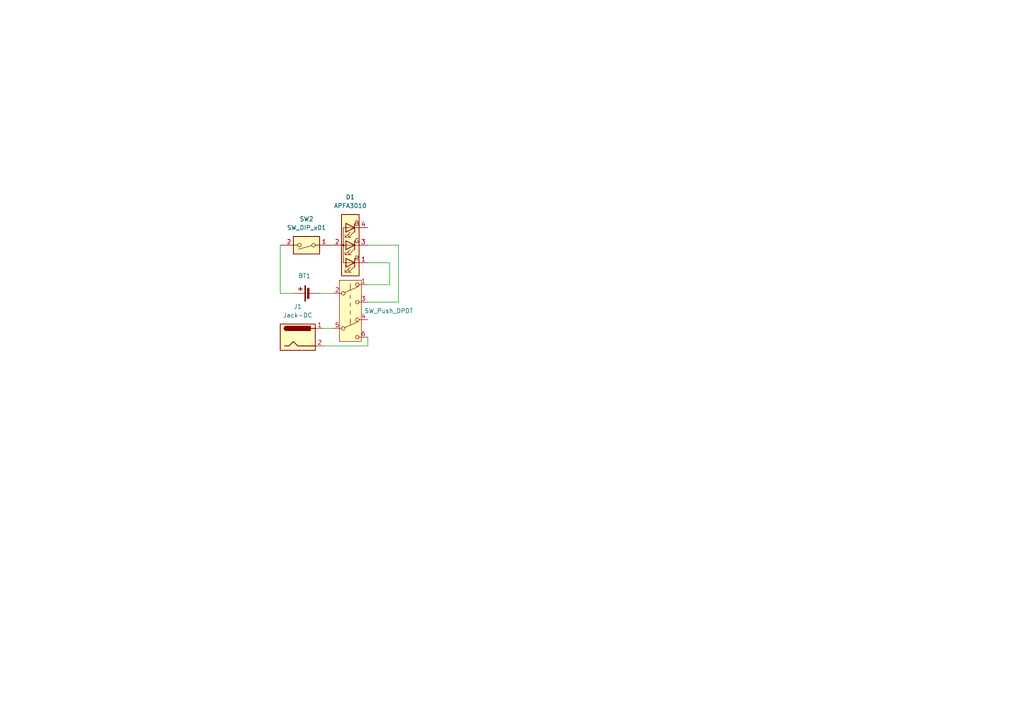
<source format=kicad_sch>
(kicad_sch
	(version 20250114)
	(generator "eeschema")
	(generator_version "9.0")
	(uuid "bb94d5b0-0e56-42ed-a3bb-9841cee2063d")
	(paper "A4")
	(lib_symbols
		(symbol "Connector:Jack-DC"
			(pin_names
				(offset 1.016)
			)
			(exclude_from_sim no)
			(in_bom yes)
			(on_board yes)
			(property "Reference" "J"
				(at 0 5.334 0)
				(effects
					(font
						(size 1.27 1.27)
					)
				)
			)
			(property "Value" "Jack-DC"
				(at 0 -5.08 0)
				(effects
					(font
						(size 1.27 1.27)
					)
				)
			)
			(property "Footprint" ""
				(at 1.27 -1.016 0)
				(effects
					(font
						(size 1.27 1.27)
					)
					(hide yes)
				)
			)
			(property "Datasheet" "~"
				(at 1.27 -1.016 0)
				(effects
					(font
						(size 1.27 1.27)
					)
					(hide yes)
				)
			)
			(property "Description" "DC Barrel Jack"
				(at 0 0 0)
				(effects
					(font
						(size 1.27 1.27)
					)
					(hide yes)
				)
			)
			(property "ki_keywords" "DC power barrel jack connector"
				(at 0 0 0)
				(effects
					(font
						(size 1.27 1.27)
					)
					(hide yes)
				)
			)
			(property "ki_fp_filters" "BarrelJack*"
				(at 0 0 0)
				(effects
					(font
						(size 1.27 1.27)
					)
					(hide yes)
				)
			)
			(symbol "Jack-DC_0_1"
				(rectangle
					(start -5.08 3.81)
					(end 5.08 -3.81)
					(stroke
						(width 0.254)
						(type default)
					)
					(fill
						(type background)
					)
				)
				(polyline
					(pts
						(xy -3.81 -2.54) (xy -2.54 -2.54) (xy -1.27 -1.27) (xy 0 -2.54) (xy 2.54 -2.54) (xy 5.08 -2.54)
					)
					(stroke
						(width 0.254)
						(type default)
					)
					(fill
						(type none)
					)
				)
				(arc
					(start -3.302 1.905)
					(mid -3.9343 2.54)
					(end -3.302 3.175)
					(stroke
						(width 0.254)
						(type default)
					)
					(fill
						(type none)
					)
				)
				(arc
					(start -3.302 1.905)
					(mid -3.9343 2.54)
					(end -3.302 3.175)
					(stroke
						(width 0.254)
						(type default)
					)
					(fill
						(type outline)
					)
				)
				(rectangle
					(start 3.683 3.175)
					(end -3.302 1.905)
					(stroke
						(width 0.254)
						(type default)
					)
					(fill
						(type outline)
					)
				)
				(polyline
					(pts
						(xy 5.08 2.54) (xy 3.81 2.54)
					)
					(stroke
						(width 0.254)
						(type default)
					)
					(fill
						(type none)
					)
				)
			)
			(symbol "Jack-DC_1_1"
				(pin passive line
					(at 7.62 2.54 180)
					(length 2.54)
					(name "~"
						(effects
							(font
								(size 1.27 1.27)
							)
						)
					)
					(number "1"
						(effects
							(font
								(size 1.27 1.27)
							)
						)
					)
				)
				(pin passive line
					(at 7.62 -2.54 180)
					(length 2.54)
					(name "~"
						(effects
							(font
								(size 1.27 1.27)
							)
						)
					)
					(number "2"
						(effects
							(font
								(size 1.27 1.27)
							)
						)
					)
				)
			)
			(embedded_fonts no)
		)
		(symbol "Device:Battery_Cell"
			(pin_numbers
				(hide yes)
			)
			(pin_names
				(offset 0)
				(hide yes)
			)
			(exclude_from_sim no)
			(in_bom yes)
			(on_board yes)
			(property "Reference" "BT"
				(at 2.54 2.54 0)
				(effects
					(font
						(size 1.27 1.27)
					)
					(justify left)
				)
			)
			(property "Value" "Battery_Cell"
				(at 2.54 0 0)
				(effects
					(font
						(size 1.27 1.27)
					)
					(justify left)
				)
			)
			(property "Footprint" ""
				(at 0 1.524 90)
				(effects
					(font
						(size 1.27 1.27)
					)
					(hide yes)
				)
			)
			(property "Datasheet" "~"
				(at 0 1.524 90)
				(effects
					(font
						(size 1.27 1.27)
					)
					(hide yes)
				)
			)
			(property "Description" "Single-cell battery"
				(at 0 0 0)
				(effects
					(font
						(size 1.27 1.27)
					)
					(hide yes)
				)
			)
			(property "ki_keywords" "battery cell"
				(at 0 0 0)
				(effects
					(font
						(size 1.27 1.27)
					)
					(hide yes)
				)
			)
			(symbol "Battery_Cell_0_1"
				(rectangle
					(start -2.286 1.778)
					(end 2.286 1.524)
					(stroke
						(width 0)
						(type default)
					)
					(fill
						(type outline)
					)
				)
				(rectangle
					(start -1.524 1.016)
					(end 1.524 0.508)
					(stroke
						(width 0)
						(type default)
					)
					(fill
						(type outline)
					)
				)
				(polyline
					(pts
						(xy 0 1.778) (xy 0 2.54)
					)
					(stroke
						(width 0)
						(type default)
					)
					(fill
						(type none)
					)
				)
				(polyline
					(pts
						(xy 0 0.762) (xy 0 0)
					)
					(stroke
						(width 0)
						(type default)
					)
					(fill
						(type none)
					)
				)
				(polyline
					(pts
						(xy 0.762 3.048) (xy 1.778 3.048)
					)
					(stroke
						(width 0.254)
						(type default)
					)
					(fill
						(type none)
					)
				)
				(polyline
					(pts
						(xy 1.27 3.556) (xy 1.27 2.54)
					)
					(stroke
						(width 0.254)
						(type default)
					)
					(fill
						(type none)
					)
				)
			)
			(symbol "Battery_Cell_1_1"
				(pin passive line
					(at 0 5.08 270)
					(length 2.54)
					(name "+"
						(effects
							(font
								(size 1.27 1.27)
							)
						)
					)
					(number "1"
						(effects
							(font
								(size 1.27 1.27)
							)
						)
					)
				)
				(pin passive line
					(at 0 -2.54 90)
					(length 2.54)
					(name "-"
						(effects
							(font
								(size 1.27 1.27)
							)
						)
					)
					(number "2"
						(effects
							(font
								(size 1.27 1.27)
							)
						)
					)
				)
			)
			(embedded_fonts no)
		)
		(symbol "LED:APFA3010"
			(pin_names
				(offset 0)
				(hide yes)
			)
			(exclude_from_sim no)
			(in_bom yes)
			(on_board yes)
			(property "Reference" "D"
				(at 0 10.16 0)
				(effects
					(font
						(size 1.27 1.27)
					)
				)
			)
			(property "Value" "APFA3010"
				(at 0 -10.16 0)
				(effects
					(font
						(size 1.27 1.27)
					)
				)
			)
			(property "Footprint" "LED_SMD:LED_Kingbright_APFA3010_3x1.5mm_Horizontal"
				(at 0 12.7 0)
				(effects
					(font
						(size 1.27 1.27)
					)
					(hide yes)
				)
			)
			(property "Datasheet" "http://www.kingbrightusa.com/images/catalog/SPEC/APFA3010LSEEZGKQBKC.pdf"
				(at 0 -11.43 0)
				(effects
					(font
						(size 1.27 1.27)
					)
					(hide yes)
				)
			)
			(property "Description" "LED RGB, Common Anode, SMD, 3.0x1.5mm, Horizontal"
				(at 0 0 0)
				(effects
					(font
						(size 1.27 1.27)
					)
					(hide yes)
				)
			)
			(property "ki_keywords" "LED RGB SMD Kingbright APFA3010 Horizontal"
				(at 0 0 0)
				(effects
					(font
						(size 1.27 1.27)
					)
					(hide yes)
				)
			)
			(property "ki_fp_filters" "*Kingbright*APFA3010*3x1.5mm*Horizontal*"
				(at 0 0 0)
				(effects
					(font
						(size 1.27 1.27)
					)
					(hide yes)
				)
			)
			(symbol "APFA3010_0_0"
				(text "R"
					(at -1.905 3.81 0)
					(effects
						(font
							(size 1.27 1.27)
						)
					)
				)
				(text "G"
					(at -1.905 -1.27 0)
					(effects
						(font
							(size 1.27 1.27)
						)
					)
				)
				(text "B"
					(at -1.905 -6.35 0)
					(effects
						(font
							(size 1.27 1.27)
						)
					)
				)
			)
			(symbol "APFA3010_0_1"
				(polyline
					(pts
						(xy -2.54 -5.08) (xy 1.27 -5.08)
					)
					(stroke
						(width 0)
						(type default)
					)
					(fill
						(type none)
					)
				)
				(rectangle
					(start -2.54 -8.89)
					(end 2.54 8.89)
					(stroke
						(width 0.254)
						(type default)
					)
					(fill
						(type background)
					)
				)
				(polyline
					(pts
						(xy -1.27 6.35) (xy -1.27 3.81)
					)
					(stroke
						(width 0.254)
						(type default)
					)
					(fill
						(type none)
					)
				)
				(polyline
					(pts
						(xy -1.27 1.27) (xy -1.27 -1.27)
					)
					(stroke
						(width 0.254)
						(type default)
					)
					(fill
						(type none)
					)
				)
				(polyline
					(pts
						(xy -1.27 -3.81) (xy -1.27 -6.35)
					)
					(stroke
						(width 0.254)
						(type default)
					)
					(fill
						(type none)
					)
				)
				(polyline
					(pts
						(xy -1.016 6.35) (xy 0.508 7.874) (xy -0.254 7.874) (xy 0.508 7.874) (xy 0.508 7.112)
					)
					(stroke
						(width 0)
						(type default)
					)
					(fill
						(type none)
					)
				)
				(polyline
					(pts
						(xy -1.016 1.27) (xy 0.508 2.794) (xy -0.254 2.794) (xy 0.508 2.794) (xy 0.508 2.032)
					)
					(stroke
						(width 0)
						(type default)
					)
					(fill
						(type none)
					)
				)
				(polyline
					(pts
						(xy -1.016 -3.81) (xy 0.508 -2.286) (xy -0.254 -2.286) (xy 0.508 -2.286) (xy 0.508 -3.048)
					)
					(stroke
						(width 0)
						(type default)
					)
					(fill
						(type none)
					)
				)
				(polyline
					(pts
						(xy 0 6.35) (xy 1.524 7.874) (xy 0.762 7.874) (xy 1.524 7.874) (xy 1.524 7.112)
					)
					(stroke
						(width 0)
						(type default)
					)
					(fill
						(type none)
					)
				)
				(polyline
					(pts
						(xy 0 1.27) (xy 1.524 2.794) (xy 0.762 2.794) (xy 1.524 2.794) (xy 1.524 2.032)
					)
					(stroke
						(width 0)
						(type default)
					)
					(fill
						(type none)
					)
				)
				(polyline
					(pts
						(xy 0 -3.81) (xy 1.524 -2.286) (xy 0.762 -2.286) (xy 1.524 -2.286) (xy 1.524 -3.048)
					)
					(stroke
						(width 0)
						(type default)
					)
					(fill
						(type none)
					)
				)
				(polyline
					(pts
						(xy 1.27 6.35) (xy 1.27 3.81) (xy -1.27 5.08) (xy 1.27 6.35)
					)
					(stroke
						(width 0.254)
						(type default)
					)
					(fill
						(type none)
					)
				)
				(rectangle
					(start 1.27 6.35)
					(end 1.27 6.35)
					(stroke
						(width 0)
						(type default)
					)
					(fill
						(type none)
					)
				)
				(polyline
					(pts
						(xy 1.27 5.08) (xy -2.54 5.08)
					)
					(stroke
						(width 0)
						(type default)
					)
					(fill
						(type none)
					)
				)
				(polyline
					(pts
						(xy 1.27 1.27) (xy 1.27 -1.27) (xy -1.27 0) (xy 1.27 1.27)
					)
					(stroke
						(width 0.254)
						(type default)
					)
					(fill
						(type none)
					)
				)
				(polyline
					(pts
						(xy 1.27 -3.81) (xy 1.27 -6.35) (xy -1.27 -5.08) (xy 1.27 -3.81)
					)
					(stroke
						(width 0.254)
						(type default)
					)
					(fill
						(type none)
					)
				)
				(polyline
					(pts
						(xy 1.27 -5.08) (xy 2.032 -5.08) (xy 2.032 5.08) (xy 1.27 5.08)
					)
					(stroke
						(width 0)
						(type default)
					)
					(fill
						(type none)
					)
				)
				(circle
					(center 2.032 0)
					(radius 0.254)
					(stroke
						(width 0)
						(type default)
					)
					(fill
						(type outline)
					)
				)
				(polyline
					(pts
						(xy 2.54 0) (xy -2.54 0)
					)
					(stroke
						(width 0)
						(type default)
					)
					(fill
						(type none)
					)
				)
			)
			(symbol "APFA3010_1_1"
				(pin input line
					(at -5.08 5.08 0)
					(length 2.54)
					(name "R"
						(effects
							(font
								(size 1.27 1.27)
							)
						)
					)
					(number "1"
						(effects
							(font
								(size 1.27 1.27)
							)
						)
					)
				)
				(pin input line
					(at -5.08 0 0)
					(length 2.54)
					(name "G"
						(effects
							(font
								(size 1.27 1.27)
							)
						)
					)
					(number "3"
						(effects
							(font
								(size 1.27 1.27)
							)
						)
					)
				)
				(pin input line
					(at -5.08 -5.08 0)
					(length 2.54)
					(name "B"
						(effects
							(font
								(size 1.27 1.27)
							)
						)
					)
					(number "4"
						(effects
							(font
								(size 1.27 1.27)
							)
						)
					)
				)
				(pin power_in line
					(at 5.08 0 180)
					(length 2.54)
					(name "A"
						(effects
							(font
								(size 1.27 1.27)
							)
						)
					)
					(number "2"
						(effects
							(font
								(size 1.27 1.27)
							)
						)
					)
				)
			)
			(embedded_fonts no)
		)
		(symbol "Switch:SW_DIP_x01"
			(pin_names
				(offset 0)
				(hide yes)
			)
			(exclude_from_sim no)
			(in_bom yes)
			(on_board yes)
			(property "Reference" "SW"
				(at 0 3.81 0)
				(effects
					(font
						(size 1.27 1.27)
					)
				)
			)
			(property "Value" "SW_DIP_x01"
				(at 0 -3.81 0)
				(effects
					(font
						(size 1.27 1.27)
					)
				)
			)
			(property "Footprint" ""
				(at 0 0 0)
				(effects
					(font
						(size 1.27 1.27)
					)
					(hide yes)
				)
			)
			(property "Datasheet" "~"
				(at 0 0 0)
				(effects
					(font
						(size 1.27 1.27)
					)
					(hide yes)
				)
			)
			(property "Description" "1x DIP Switch, Single Pole Single Throw (SPST) switch, small symbol"
				(at 0 0 0)
				(effects
					(font
						(size 1.27 1.27)
					)
					(hide yes)
				)
			)
			(property "ki_keywords" "dip switch"
				(at 0 0 0)
				(effects
					(font
						(size 1.27 1.27)
					)
					(hide yes)
				)
			)
			(property "ki_fp_filters" "SW?DIP?x1*"
				(at 0 0 0)
				(effects
					(font
						(size 1.27 1.27)
					)
					(hide yes)
				)
			)
			(symbol "SW_DIP_x01_0_0"
				(circle
					(center -2.032 0)
					(radius 0.508)
					(stroke
						(width 0)
						(type default)
					)
					(fill
						(type none)
					)
				)
				(polyline
					(pts
						(xy -1.524 0.127) (xy 2.3622 1.1684)
					)
					(stroke
						(width 0)
						(type default)
					)
					(fill
						(type none)
					)
				)
				(circle
					(center 2.032 0)
					(radius 0.508)
					(stroke
						(width 0)
						(type default)
					)
					(fill
						(type none)
					)
				)
			)
			(symbol "SW_DIP_x01_0_1"
				(rectangle
					(start -3.81 2.54)
					(end 3.81 -2.54)
					(stroke
						(width 0.254)
						(type default)
					)
					(fill
						(type background)
					)
				)
			)
			(symbol "SW_DIP_x01_1_1"
				(pin passive line
					(at -7.62 0 0)
					(length 5.08)
					(name "~"
						(effects
							(font
								(size 1.27 1.27)
							)
						)
					)
					(number "1"
						(effects
							(font
								(size 1.27 1.27)
							)
						)
					)
				)
				(pin passive line
					(at 7.62 0 180)
					(length 5.08)
					(name "~"
						(effects
							(font
								(size 1.27 1.27)
							)
						)
					)
					(number "2"
						(effects
							(font
								(size 1.27 1.27)
							)
						)
					)
				)
			)
			(embedded_fonts no)
		)
		(symbol "Switch:SW_Push_DPDT"
			(pin_names
				(offset 0)
				(hide yes)
			)
			(exclude_from_sim no)
			(in_bom yes)
			(on_board yes)
			(property "Reference" "SW"
				(at 0 10.16 0)
				(effects
					(font
						(size 1.27 1.27)
					)
				)
			)
			(property "Value" "SW_Push_DPDT"
				(at 0 -10.16 0)
				(effects
					(font
						(size 1.27 1.27)
					)
				)
			)
			(property "Footprint" ""
				(at 0 5.08 0)
				(effects
					(font
						(size 1.27 1.27)
					)
					(hide yes)
				)
			)
			(property "Datasheet" "~"
				(at 0 5.08 0)
				(effects
					(font
						(size 1.27 1.27)
					)
					(hide yes)
				)
			)
			(property "Description" "Momentary Switch, dual pole double throw"
				(at 0 0 0)
				(effects
					(font
						(size 1.27 1.27)
					)
					(hide yes)
				)
			)
			(property "ki_keywords" "switch dual-pole double-throw spdt ON-ON"
				(at 0 0 0)
				(effects
					(font
						(size 1.27 1.27)
					)
					(hide yes)
				)
			)
			(symbol "SW_Push_DPDT_0_0"
				(circle
					(center -2.032 5.08)
					(radius 0.508)
					(stroke
						(width 0)
						(type default)
					)
					(fill
						(type none)
					)
				)
				(circle
					(center -2.032 -5.08)
					(radius 0.508)
					(stroke
						(width 0)
						(type default)
					)
					(fill
						(type none)
					)
				)
				(circle
					(center 2.032 2.54)
					(radius 0.508)
					(stroke
						(width 0)
						(type default)
					)
					(fill
						(type none)
					)
				)
				(circle
					(center 2.032 -7.62)
					(radius 0.508)
					(stroke
						(width 0)
						(type default)
					)
					(fill
						(type none)
					)
				)
			)
			(symbol "SW_Push_DPDT_0_1"
				(polyline
					(pts
						(xy -1.524 5.334) (xy 2.3368 7.0612)
					)
					(stroke
						(width 0)
						(type default)
					)
					(fill
						(type none)
					)
				)
				(polyline
					(pts
						(xy -1.524 -4.826) (xy 2.3368 -3.0988)
					)
					(stroke
						(width 0)
						(type default)
					)
					(fill
						(type none)
					)
				)
				(polyline
					(pts
						(xy 0 7.874) (xy 0 6.096)
					)
					(stroke
						(width 0)
						(type default)
					)
					(fill
						(type none)
					)
				)
				(polyline
					(pts
						(xy 0 3.556) (xy 0 4.572)
					)
					(stroke
						(width 0)
						(type default)
					)
					(fill
						(type none)
					)
				)
				(polyline
					(pts
						(xy 0 1.27) (xy 0 2.286)
					)
					(stroke
						(width 0)
						(type default)
					)
					(fill
						(type none)
					)
				)
				(polyline
					(pts
						(xy 0 -1.016) (xy 0 0)
					)
					(stroke
						(width 0)
						(type default)
					)
					(fill
						(type none)
					)
				)
				(polyline
					(pts
						(xy 0 -2.286) (xy 0 -4.064)
					)
					(stroke
						(width 0)
						(type default)
					)
					(fill
						(type none)
					)
				)
				(circle
					(center 2.032 7.62)
					(radius 0.508)
					(stroke
						(width 0)
						(type default)
					)
					(fill
						(type none)
					)
				)
				(circle
					(center 2.032 -2.54)
					(radius 0.508)
					(stroke
						(width 0)
						(type default)
					)
					(fill
						(type none)
					)
				)
			)
			(symbol "SW_Push_DPDT_1_1"
				(rectangle
					(start -3.175 8.89)
					(end 3.175 -8.89)
					(stroke
						(width 0)
						(type default)
					)
					(fill
						(type background)
					)
				)
				(pin passive line
					(at -5.08 5.08 0)
					(length 2.54)
					(name "B"
						(effects
							(font
								(size 1.27 1.27)
							)
						)
					)
					(number "2"
						(effects
							(font
								(size 1.27 1.27)
							)
						)
					)
				)
				(pin passive line
					(at -5.08 -5.08 0)
					(length 2.54)
					(name "B"
						(effects
							(font
								(size 1.27 1.27)
							)
						)
					)
					(number "5"
						(effects
							(font
								(size 1.27 1.27)
							)
						)
					)
				)
				(pin passive line
					(at 5.08 7.62 180)
					(length 2.54)
					(name "A"
						(effects
							(font
								(size 1.27 1.27)
							)
						)
					)
					(number "1"
						(effects
							(font
								(size 1.27 1.27)
							)
						)
					)
				)
				(pin passive line
					(at 5.08 2.54 180)
					(length 2.54)
					(name "C"
						(effects
							(font
								(size 1.27 1.27)
							)
						)
					)
					(number "3"
						(effects
							(font
								(size 1.27 1.27)
							)
						)
					)
				)
				(pin passive line
					(at 5.08 -2.54 180)
					(length 2.54)
					(name "A"
						(effects
							(font
								(size 1.27 1.27)
							)
						)
					)
					(number "4"
						(effects
							(font
								(size 1.27 1.27)
							)
						)
					)
				)
				(pin passive line
					(at 5.08 -7.62 180)
					(length 2.54)
					(name "C"
						(effects
							(font
								(size 1.27 1.27)
							)
						)
					)
					(number "6"
						(effects
							(font
								(size 1.27 1.27)
							)
						)
					)
				)
			)
			(embedded_fonts no)
		)
	)
	(wire
		(pts
			(xy 113.03 76.2) (xy 113.03 82.55)
		)
		(stroke
			(width 0)
			(type default)
		)
		(uuid "0d3fc3b3-6fbe-4e63-ba61-f176e8a97632")
	)
	(wire
		(pts
			(xy 81.28 85.09) (xy 81.28 71.12)
		)
		(stroke
			(width 0)
			(type default)
		)
		(uuid "1c7b42f8-58f8-4f09-80f2-3915180bcc7b")
	)
	(wire
		(pts
			(xy 85.09 85.09) (xy 81.28 85.09)
		)
		(stroke
			(width 0)
			(type default)
		)
		(uuid "3d65ea6f-dbc5-4e89-8b45-438d57982157")
	)
	(wire
		(pts
			(xy 93.98 95.25) (xy 96.52 95.25)
		)
		(stroke
			(width 0)
			(type default)
		)
		(uuid "5607e270-ed6f-4fb8-a067-74a64384cb17")
	)
	(wire
		(pts
			(xy 115.57 87.63) (xy 106.68 87.63)
		)
		(stroke
			(width 0)
			(type default)
		)
		(uuid "6e4cecc3-ff7f-453b-a696-ad58d0fe75a3")
	)
	(wire
		(pts
			(xy 106.68 100.33) (xy 106.68 97.79)
		)
		(stroke
			(width 0)
			(type default)
		)
		(uuid "9f734c48-8558-4c86-9afe-06d6bc83dcb0")
	)
	(wire
		(pts
			(xy 93.98 100.33) (xy 106.68 100.33)
		)
		(stroke
			(width 0)
			(type default)
		)
		(uuid "bc1e5e10-6110-4250-8f58-d05c13179441")
	)
	(wire
		(pts
			(xy 106.68 76.2) (xy 113.03 76.2)
		)
		(stroke
			(width 0)
			(type default)
		)
		(uuid "ced59ca6-7e5d-4a64-96e4-7864630ede0e")
	)
	(wire
		(pts
			(xy 113.03 82.55) (xy 106.68 82.55)
		)
		(stroke
			(width 0)
			(type default)
		)
		(uuid "d2ae774b-1cbd-4247-8793-3e86c3e6babc")
	)
	(wire
		(pts
			(xy 115.57 71.12) (xy 115.57 87.63)
		)
		(stroke
			(width 0)
			(type default)
		)
		(uuid "daf5f107-366a-45fc-a2f0-7381b1f0f81e")
	)
	(wire
		(pts
			(xy 92.71 85.09) (xy 96.52 85.09)
		)
		(stroke
			(width 0)
			(type default)
		)
		(uuid "e1fa2f39-7082-4e17-ab7f-b812a86a333c")
	)
	(wire
		(pts
			(xy 106.68 71.12) (xy 115.57 71.12)
		)
		(stroke
			(width 0)
			(type default)
		)
		(uuid "ee276b9f-e037-41be-bdd5-87a7efa17790")
	)
	(symbol
		(lib_id "LED:APFA3010")
		(at 101.6 71.12 180)
		(unit 1)
		(exclude_from_sim no)
		(in_bom yes)
		(on_board yes)
		(dnp no)
		(fields_autoplaced yes)
		(uuid "04eb9913-375f-4fe8-a496-b9cf57402caa")
		(property "Reference" "D1"
			(at 101.6 57.15 0)
			(effects
				(font
					(size 1.27 1.27)
				)
			)
		)
		(property "Value" "APFA3010"
			(at 101.6 59.69 0)
			(effects
				(font
					(size 1.27 1.27)
				)
			)
		)
		(property "Footprint" "LED_SMD:LED_Kingbright_APFA3010_3x1.5mm_Horizontal"
			(at 101.6 83.82 0)
			(effects
				(font
					(size 1.27 1.27)
				)
				(hide yes)
			)
		)
		(property "Datasheet" "http://www.kingbrightusa.com/images/catalog/SPEC/APFA3010LSEEZGKQBKC.pdf"
			(at 101.6 59.69 0)
			(effects
				(font
					(size 1.27 1.27)
				)
				(hide yes)
			)
		)
		(property "Description" "LED RGB, Common Anode, SMD, 3.0x1.5mm, Horizontal"
			(at 101.6 71.12 0)
			(effects
				(font
					(size 1.27 1.27)
				)
				(hide yes)
			)
		)
		(pin "4"
			(uuid "252c1e1c-a7a9-4ad3-acee-28f1e23e03b2")
		)
		(pin "1"
			(uuid "1a0935f0-3ae3-4dfe-afd8-794ecc1fa35c")
		)
		(pin "3"
			(uuid "3cf77a80-7538-466b-9ac1-6652d32bf085")
		)
		(pin "2"
			(uuid "a95796b4-f74c-478d-8765-4c9e8cca60bd")
		)
		(instances
			(project ""
				(path "/bb94d5b0-0e56-42ed-a3bb-9841cee2063d"
					(reference "D1")
					(unit 1)
				)
			)
		)
	)
	(symbol
		(lib_id "Switch:SW_DIP_x01")
		(at 88.9 71.12 180)
		(unit 1)
		(exclude_from_sim no)
		(in_bom yes)
		(on_board yes)
		(dnp no)
		(fields_autoplaced yes)
		(uuid "1f183327-44ee-42bb-8ad3-2d8926737196")
		(property "Reference" "SW2"
			(at 88.9 63.5 0)
			(effects
				(font
					(size 1.27 1.27)
				)
			)
		)
		(property "Value" "SW_DIP_x01"
			(at 88.9 66.04 0)
			(effects
				(font
					(size 1.27 1.27)
				)
			)
		)
		(property "Footprint" ""
			(at 88.9 71.12 0)
			(effects
				(font
					(size 1.27 1.27)
				)
				(hide yes)
			)
		)
		(property "Datasheet" "~"
			(at 88.9 71.12 0)
			(effects
				(font
					(size 1.27 1.27)
				)
				(hide yes)
			)
		)
		(property "Description" "1x DIP Switch, Single Pole Single Throw (SPST) switch, small symbol"
			(at 88.9 71.12 0)
			(effects
				(font
					(size 1.27 1.27)
				)
				(hide yes)
			)
		)
		(pin "1"
			(uuid "c43acd43-ac6e-4821-816e-9ba2c4f0f3cc")
		)
		(pin "2"
			(uuid "627051a7-5df9-4477-b2d4-fa43019a5c89")
		)
		(instances
			(project ""
				(path "/bb94d5b0-0e56-42ed-a3bb-9841cee2063d"
					(reference "SW2")
					(unit 1)
				)
			)
		)
	)
	(symbol
		(lib_id "Device:Battery_Cell")
		(at 90.17 85.09 90)
		(unit 1)
		(exclude_from_sim no)
		(in_bom yes)
		(on_board yes)
		(dnp no)
		(fields_autoplaced yes)
		(uuid "925f95bb-5fac-402a-83ad-063de2cf1f8b")
		(property "Reference" "BT1"
			(at 88.3285 80.01 90)
			(effects
				(font
					(size 1.27 1.27)
				)
			)
		)
		(property "Value" "Battery_Cell"
			(at 89.5984 81.28 0)
			(effects
				(font
					(size 1.27 1.27)
				)
				(justify left)
				(hide yes)
			)
		)
		(property "Footprint" ""
			(at 88.646 85.09 90)
			(effects
				(font
					(size 1.27 1.27)
				)
				(hide yes)
			)
		)
		(property "Datasheet" "~"
			(at 88.646 85.09 90)
			(effects
				(font
					(size 1.27 1.27)
				)
				(hide yes)
			)
		)
		(property "Description" "Single-cell battery"
			(at 90.17 85.09 0)
			(effects
				(font
					(size 1.27 1.27)
				)
				(hide yes)
			)
		)
		(pin "1"
			(uuid "02e75a9c-0a9d-4c9e-9d66-24265bca9b4b")
		)
		(pin "2"
			(uuid "d78d9cd0-bec2-4f64-b742-9fa6d3086202")
		)
		(instances
			(project ""
				(path "/bb94d5b0-0e56-42ed-a3bb-9841cee2063d"
					(reference "BT1")
					(unit 1)
				)
			)
		)
	)
	(symbol
		(lib_id "Connector:Jack-DC")
		(at 86.36 97.79 0)
		(unit 1)
		(exclude_from_sim no)
		(in_bom yes)
		(on_board yes)
		(dnp no)
		(fields_autoplaced yes)
		(uuid "c44d9910-c9c7-4244-af75-379f3a5ac255")
		(property "Reference" "J1"
			(at 86.36 88.9 0)
			(effects
				(font
					(size 1.27 1.27)
				)
			)
		)
		(property "Value" "Jack-DC"
			(at 86.36 91.44 0)
			(effects
				(font
					(size 1.27 1.27)
				)
			)
		)
		(property "Footprint" ""
			(at 87.63 98.806 0)
			(effects
				(font
					(size 1.27 1.27)
				)
				(hide yes)
			)
		)
		(property "Datasheet" "~"
			(at 87.63 98.806 0)
			(effects
				(font
					(size 1.27 1.27)
				)
				(hide yes)
			)
		)
		(property "Description" "DC Barrel Jack"
			(at 86.36 97.79 0)
			(effects
				(font
					(size 1.27 1.27)
				)
				(hide yes)
			)
		)
		(pin "2"
			(uuid "6aaf8a62-39e9-4ce5-af90-6abd4ef95a80")
		)
		(pin "1"
			(uuid "97fbf91f-849b-45e8-bbff-a235b5a078e8")
		)
		(instances
			(project ""
				(path "/bb94d5b0-0e56-42ed-a3bb-9841cee2063d"
					(reference "J1")
					(unit 1)
				)
			)
		)
	)
	(symbol
		(lib_id "Switch:SW_Push_DPDT")
		(at 101.6 90.17 0)
		(unit 1)
		(exclude_from_sim no)
		(in_bom yes)
		(on_board yes)
		(dnp no)
		(uuid "dcb2e0cf-f3be-4b78-a2d7-d5e168888202")
		(property "Reference" "SW1"
			(at 112.776 92.456 0)
			(effects
				(font
					(size 1.27 1.27)
				)
				(hide yes)
			)
		)
		(property "Value" "SW_Push_DPDT"
			(at 112.776 90.17 0)
			(effects
				(font
					(size 1.27 1.27)
				)
			)
		)
		(property "Footprint" ""
			(at 101.6 85.09 0)
			(effects
				(font
					(size 1.27 1.27)
				)
				(hide yes)
			)
		)
		(property "Datasheet" "~"
			(at 101.6 85.09 0)
			(effects
				(font
					(size 1.27 1.27)
				)
				(hide yes)
			)
		)
		(property "Description" "Momentary Switch, dual pole double throw"
			(at 101.6 90.17 0)
			(effects
				(font
					(size 1.27 1.27)
				)
				(hide yes)
			)
		)
		(pin "5"
			(uuid "a43200cc-7071-4915-94a8-d961ce517825")
		)
		(pin "3"
			(uuid "84c16291-1e6b-4a8e-bb03-3d883f246079")
		)
		(pin "4"
			(uuid "65c7e2ca-90ec-4d30-8d22-2d468304a87b")
		)
		(pin "2"
			(uuid "ca73d0b1-8de7-4cd2-9f3f-8dff970ef146")
		)
		(pin "1"
			(uuid "fb3646de-ee25-46c5-a6ba-2418bcdadc81")
		)
		(pin "6"
			(uuid "2b049078-2e69-4d8d-94a9-09daa624f387")
		)
		(instances
			(project ""
				(path "/bb94d5b0-0e56-42ed-a3bb-9841cee2063d"
					(reference "SW1")
					(unit 1)
				)
			)
		)
	)
	(sheet_instances
		(path "/"
			(page "1")
		)
	)
	(embedded_fonts no)
)

</source>
